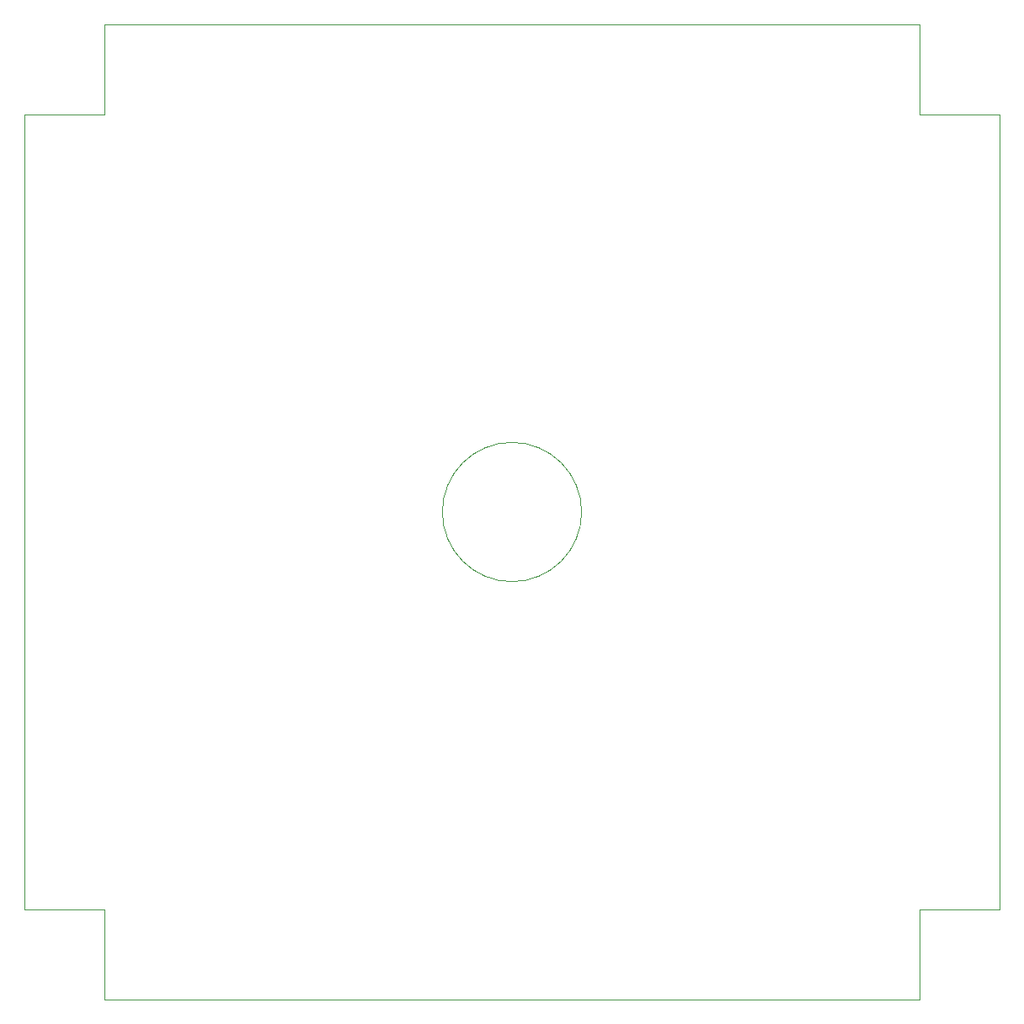
<source format=gbr>
G04 #@! TF.GenerationSoftware,KiCad,Pcbnew,(5.1.2)-2*
G04 #@! TF.CreationDate,2021-09-09T11:53:19-03:00*
G04 #@! TF.ProjectId,MAG_Plus,4d41475f-506c-4757-932e-6b696361645f,rev?*
G04 #@! TF.SameCoordinates,Original*
G04 #@! TF.FileFunction,Profile,NP*
%FSLAX46Y46*%
G04 Gerber Fmt 4.6, Leading zero omitted, Abs format (unit mm)*
G04 Created by KiCad (PCBNEW (5.1.2)-2) date 2021-09-09 11:53:19*
%MOMM*%
%LPD*%
G04 APERTURE LIST*
%ADD10C,0.050000*%
G04 APERTURE END LIST*
D10*
X338000000Y-219000000D02*
G75*
G03X338000000Y-219000000I-7000000J0D01*
G01*
X372000000Y-179000000D02*
X372000000Y-170000000D01*
X380000000Y-179000000D02*
X372000000Y-179000000D01*
X380000000Y-259000000D02*
X380000000Y-179000000D01*
X372000000Y-259000000D02*
X380000000Y-259000000D01*
X372000000Y-268000000D02*
X372000000Y-259000000D01*
X290000000Y-268000000D02*
X372000000Y-268000000D01*
X290000000Y-259000000D02*
X290000000Y-268000000D01*
X282000000Y-259000000D02*
X290000000Y-259000000D01*
X282000000Y-179000000D02*
X282000000Y-259000000D01*
X290000000Y-179000000D02*
X282000000Y-179000000D01*
X290000000Y-170000000D02*
X290000000Y-179000000D01*
X290000000Y-170000000D02*
X372000000Y-170000000D01*
M02*

</source>
